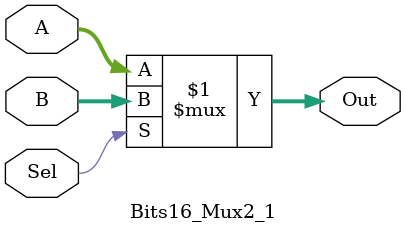
<source format=v>

module Bits16_Mux2_1(A, B, Sel, Out);

// Declare inputs and outputs
	input Sel;
	input [15:0] A, B;
	output [15:0] Out;
	
	
// Instantiate required logic
	assign Out = Sel ? B : A;
	
	
endmodule








</source>
